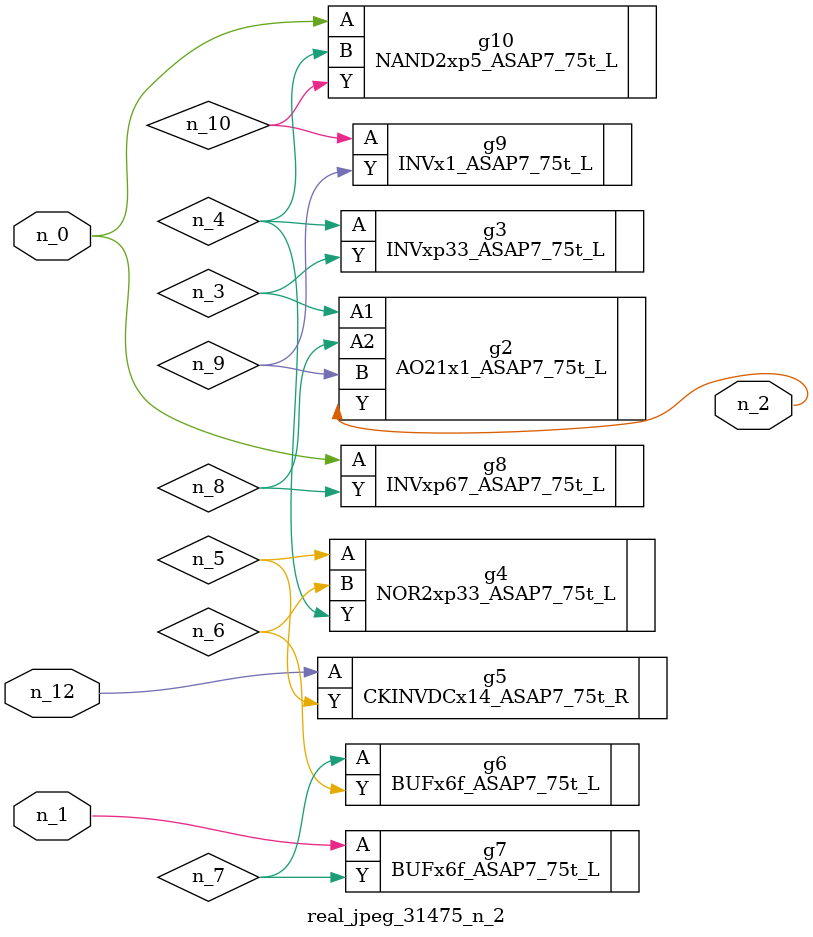
<source format=v>
module real_jpeg_31475_n_2 (n_12, n_1, n_0, n_2);

input n_12;
input n_1;
input n_0;

output n_2;

wire n_5;
wire n_8;
wire n_4;
wire n_6;
wire n_7;
wire n_3;
wire n_10;
wire n_9;

INVxp67_ASAP7_75t_L g8 ( 
.A(n_0),
.Y(n_8)
);

NAND2xp5_ASAP7_75t_L g10 ( 
.A(n_0),
.B(n_4),
.Y(n_10)
);

BUFx6f_ASAP7_75t_L g7 ( 
.A(n_1),
.Y(n_7)
);

AO21x1_ASAP7_75t_L g2 ( 
.A1(n_3),
.A2(n_8),
.B(n_9),
.Y(n_2)
);

INVxp33_ASAP7_75t_L g3 ( 
.A(n_4),
.Y(n_3)
);

NOR2xp33_ASAP7_75t_L g4 ( 
.A(n_5),
.B(n_6),
.Y(n_4)
);

BUFx6f_ASAP7_75t_L g6 ( 
.A(n_7),
.Y(n_6)
);

INVx1_ASAP7_75t_L g9 ( 
.A(n_10),
.Y(n_9)
);

CKINVDCx14_ASAP7_75t_R g5 ( 
.A(n_12),
.Y(n_5)
);


endmodule
</source>
